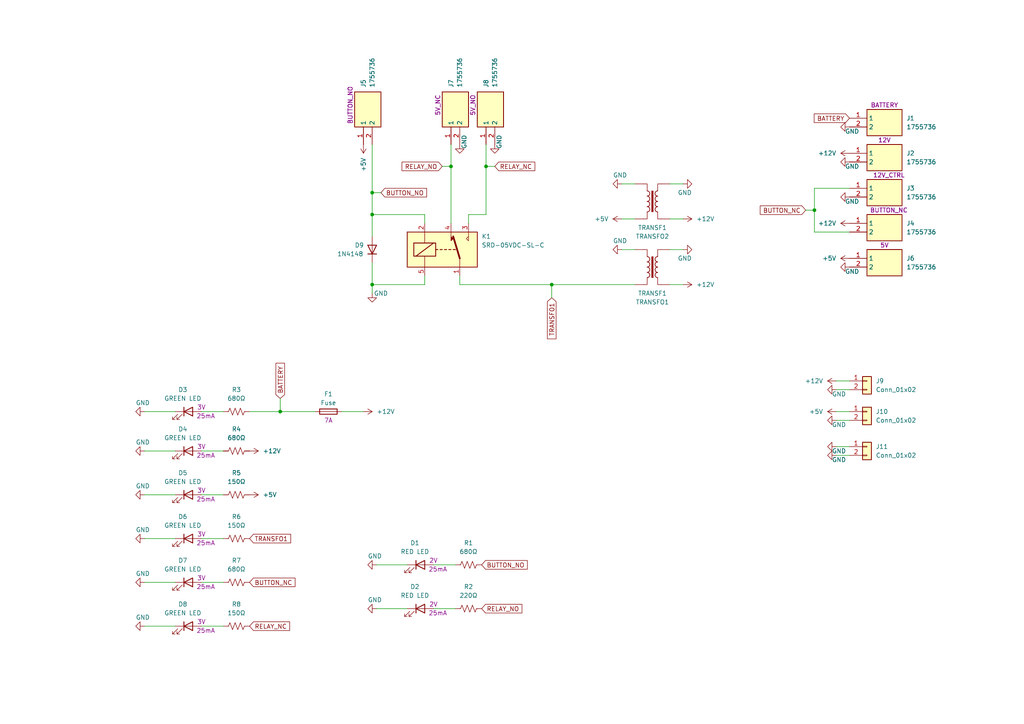
<source format=kicad_sch>
(kicad_sch (version 20230121) (generator eeschema)
  (paper "A4")
  (title_block (title "Carte de puissance") (date "2023-11-30") (rev "1.1") (company "Modelec"))
  (lib_symbols
    (symbol "Connector_Generic:Conn_01x02" (pin_names (offset 1.016) hide)
      (property "Reference" "J" (at 0 2.54 0))
      (property "Value" "Conn_01x02" (at 0 -5.08 0))
      (symbol "Conn_01x02_1_1"
        (rectangle (start -1.27 -2.413) (end 0 -2.667) (stroke (width 0.1524)))
        (rectangle (start -1.27 0.127) (end 0 -0.127) (stroke (width 0.1524)))
        (rectangle (start -1.27 1.27) (end 1.27 -3.81) (stroke (width 0.254)) (fill (type background)))
        (pin passive line (at -5.08 0 0) (length 3.81) (name "Pin_1") (number "1"))
        (pin passive line (at -5.08 -2.54 0) (length 3.81) (name "Pin_2") (number "2"))
      )
    )
    (symbol "Device:Fuse" (pin_numbers hide) (pin_names (offset 0))
      (property "Reference" "F" (at 2.032 0 90))
      (property "Value" "Fuse" (at -1.905 0 90))
      (symbol "Fuse_0_1"
        (rectangle (start -0.762 -2.54) (end 0.762 2.54) (stroke (width 0.254)))
        (polyline (pts (xy 0 2.54) (xy 0 -2.54)))
      )
      (symbol "Fuse_1_1"
        (pin passive line (at 0 3.81 270) (length 1.27) (name "~") (number "1"))
        (pin passive line (at 0 -3.81 90) (length 1.27) (name "~") (number "2"))
      )
    )
    (symbol "Device:LED" (pin_numbers hide) (pin_names (offset 1.016) hide)
      (property "Reference" "D" (at 0 2.54 0))
      (property "Value" "LED" (at 0 -2.54 0))
      (symbol "LED_0_1"
        (polyline (pts (xy -1.27 -1.27) (xy -1.27 1.27)) (stroke (width 0.254)))
        (polyline (pts (xy -1.27 0) (xy 1.27 0)))
        (polyline (pts (xy 1.27 -1.27) (xy 1.27 1.27) (xy -1.27 0) (xy 1.27 -1.27)) (stroke (width 0.254)))
        (polyline (pts (xy -3.048 -0.762) (xy -4.572 -2.286) (xy -3.81 -2.286) (xy -4.572 -2.286) (xy -4.572 -1.524)))
        (polyline (pts (xy -1.778 -0.762) (xy -3.302 -2.286) (xy -2.54 -2.286) (xy -3.302 -2.286) (xy -3.302 -1.524)))
      )
      (symbol "LED_1_1"
        (pin passive line (at -3.81 0 0) (length 2.54) (name "K") (number "1"))
        (pin passive line (at 3.81 0 180) (length 2.54) (name "A") (number "2"))
      )
    )
    (symbol "Device:R_US" (pin_numbers hide) (pin_names (offset 0))
      (property "Reference" "R" (at 2.54 0 90))
      (property "Value" "R_US" (at -2.54 0 90))
      (symbol "R_US_0_1"
        (polyline (pts (xy 0 -2.286) (xy 0 -2.54)))
        (polyline (pts (xy 0 2.286) (xy 0 2.54)))
        (polyline (pts (xy 0 -0.762) (xy 1.016 -1.143) (xy 0 -1.524) (xy -1.016 -1.905) (xy 0 -2.286)))
        (polyline (pts (xy 0 0.762) (xy 1.016 0.381) (xy 0 0) (xy -1.016 -0.381) (xy 0 -0.762)))
        (polyline (pts (xy 0 2.286) (xy 1.016 1.905) (xy 0 1.524) (xy -1.016 1.143) (xy 0 0.762)))
      )
      (symbol "R_US_1_1"
        (pin passive line (at 0 3.81 270) (length 1.27) (name "~") (number "1"))
        (pin passive line (at 0 -3.81 90) (length 1.27) (name "~") (number "2"))
      )
    )
    (symbol "Diode:1N4148" (pin_numbers hide) (pin_names hide)
      (property "Reference" "D" (at 0 2.54 0))
      (property "Value" "1N4148" (at 0 -2.54 0))
      (symbol "1N4148_0_1"
        (polyline (pts (xy -1.27 1.27) (xy -1.27 -1.27)) (stroke (width 0.254)))
        (polyline (pts (xy 1.27 0) (xy -1.27 0)))
        (polyline (pts (xy 1.27 1.27) (xy 1.27 -1.27) (xy -1.27 0) (xy 1.27 1.27)) (stroke (width 0.254)))
      )
      (symbol "1N4148_1_1"
        (pin passive line (at -3.81 0 0) (length 2.54) (name "K") (number "1"))
        (pin passive line (at 3.81 0 180) (length 2.54) (name "A") (number "2"))
      )
    )
    (symbol "New_Library:1755736"
      (property "Reference" "J" (at 16.51 7.62 0))
      (property "Value" "1755736" (at 16.51 5.08 0))
      (symbol "1755736_1_1"
        (rectangle (start 5.08 2.54) (end 15.24 -5.08) (stroke (width 0.254)) (fill (type background)))
        (pin passive line (at 0 0 0) (length 5.08) (name "1") (number "1"))
        (pin passive line (at 0 -2.54 0) (length 5.08) (name "2") (number "2"))
      )
    )
    (symbol "Relay:G5Q-1"
      (property "Reference" "K1" (at 11.43 3.81 0))
      (property "Value" "SRD-05VDC-SL-C" (at 11.43 1.27 0))
      (symbol "G5Q-1_0_0"
        (polyline (pts (xy 7.62 5.08) (xy 7.62 2.54) (xy 6.985 3.175) (xy 7.62 3.81)))
      )
      (symbol "G5Q-1_0_1"
        (rectangle (start -10.16 5.08) (end 10.16 -5.08) (stroke (width 0.254)) (fill (type background)))
        (rectangle (start -8.255 1.905) (end -1.905 -1.905) (stroke (width 0.254)))
        (polyline (pts (xy -7.62 -1.905) (xy -2.54 1.905)) (stroke (width 0.254)))
        (polyline (pts (xy -5.08 -5.08) (xy -5.08 -1.905)))
        (polyline (pts (xy -5.08 5.08) (xy -5.08 1.905)))
        (polyline (pts (xy -1.905 0) (xy -1.27 0)) (stroke (width 0.254)))
        (polyline (pts (xy -0.635 0) (xy 0 0)) (stroke (width 0.254)))
        (polyline (pts (xy 0.635 0) (xy 1.27 0)) (stroke (width 0.254)))
        (polyline (pts (xy 1.905 0) (xy 2.54 0)) (stroke (width 0.254)))
        (polyline (pts (xy 3.175 0) (xy 3.81 0)) (stroke (width 0.254)))
        (polyline (pts (xy 5.08 -2.54) (xy 3.175 3.81)) (stroke (width 0.508)))
        (polyline (pts (xy 5.08 -2.54) (xy 5.08 -5.08)))
        (polyline (pts (xy 2.54 5.08) (xy 2.54 2.54) (xy 3.175 3.175) (xy 2.54 3.81)) (fill (type outline)))
      )
      (symbol "G5Q-1_1_1"
        (pin passive line (at 5.08 -7.62 90) (length 2.54) (name "~") (number "1"))
        (pin passive line (at -5.08 7.62 270) (length 2.54) (name "~") (number "2"))
        (pin passive line (at 7.62 7.62 270) (length 2.54) (name "~") (number "3"))
        (pin passive line (at 2.54 7.62 270) (length 2.54) (name "~") (number "4"))
        (pin passive line (at -5.08 -7.62 90) (length 2.54) (name "~") (number "5"))
      )
    )
    (symbol "Transformer:TRANSF1" (pin_numbers hide) (pin_names (offset 0))
      (property "Reference" "TR" (at 0 6.35 0))
      (property "Value" "TRANSF1" (at 0 -6.35 0))
      (symbol "TRANSF1_0_1"
        (arc (start -1.524 -3.048) (mid -0.7653 -2.286) (end -1.524 -1.524) (stroke (width 0.2032)))
        (arc (start -1.524 -1.524) (mid -0.7653 -0.762) (end -1.524 0) (stroke (width 0.2032)))
        (arc (start -1.524 0) (mid -0.7653 0.762) (end -1.524 1.524) (stroke (width 0.2032)))
        (arc (start -1.524 1.524) (mid -0.7653 2.286) (end -1.524 3.048) (stroke (width 0.2032)))
        (rectangle (start -0.254 3.048) (end 0.254 -3.048) (stroke (width 0.0254)) (fill (type outline)))
        (polyline (pts (xy -2.54 5.08) (xy -1.524 5.08) (xy -1.524 3.048) (xy -1.524 3.048)) (stroke (width 0.1524)))
        (polyline (pts (xy -1.524 -3.048) (xy -1.524 -5.08) (xy -2.54 -5.08) (xy -2.54 -5.08)) (stroke (width 0.1524)))
        (polyline (pts (xy 1.524 3.048) (xy 1.524 5.08) (xy 2.54 5.08) (xy 2.54 5.08)) (stroke (width 0.1524)))
        (polyline (pts (xy 2.54 -5.08) (xy 1.524 -5.08) (xy 1.524 -3.048) (xy 1.524 -3.048)) (stroke (width 0.1524)))
        (arc (start 1.524 -1.524) (mid 0.7653 -2.286) (end 1.524 -3.048) (stroke (width 0.2032)))
        (arc (start 1.524 0) (mid 0.7653 -0.762) (end 1.524 -1.524) (stroke (width 0.2032)))
        (arc (start 1.524 1.524) (mid 0.7653 0.762) (end 1.524 0) (stroke (width 0.2032)))
        (arc (start 1.524 3.048) (mid 0.7653 2.286) (end 1.524 1.524) (stroke (width 0.2032)))
      )
      (symbol "TRANSF1_1_1"
        (pin passive line (at -5.08 5.08 0) (length 2.54) (name "~") (number "1"))
        (pin passive line (at -5.08 -5.08 0) (length 2.54) (name "~") (number "2"))
        (pin passive line (at 5.08 -5.08 180) (length 2.54) (name "~") (number "3"))
        (pin passive line (at 5.08 5.08 180) (length 2.54) (name "~") (number "4"))
      )
    )
    (symbol "power:+12V" (power) (pin_names (offset 0))
      (property "Value" "+12V" (at 0 3.556 0))
      (symbol "+12V_0_1"
        (polyline (pts (xy -0.762 1.27) (xy 0 2.54)))
        (polyline (pts (xy 0 0) (xy 0 2.54)))
        (polyline (pts (xy 0 2.54) (xy 0.762 1.27)))
      )
      (symbol "+12V_1_1"
        (pin power_in line (at 0 0 90) (length 0) hide (name "+12V") (number "1"))
      )
    )
    (symbol "power:+5V" (power) (pin_names (offset 0))
      (property "Value" "+5V" (at 0 3.556 0))
      (symbol "+5V_0_1"
        (polyline (pts (xy -0.762 1.27) (xy 0 2.54)))
        (polyline (pts (xy 0 0) (xy 0 2.54)))
        (polyline (pts (xy 0 2.54) (xy 0.762 1.27)))
      )
      (symbol "+5V_1_1"
        (pin power_in line (at 0 0 90) (length 0) hide (name "+5V") (number "1"))
      )
    )
    (symbol "power:GND" (power) (pin_names (offset 0))
      (property "Value" "GND" (at 0 -3.81 0))
      (symbol "GND_0_1"
        (polyline (pts (xy 0 0) (xy 0 -1.27) (xy 1.27 -1.27) (xy 0 -2.54) (xy -1.27 -1.27) (xy 0 -1.27)))
      )
      (symbol "GND_1_1"
        (pin power_in line (at 0 0 270) (length 0) hide (name "GND") (number "1"))
      )
    )
  )
  (junction (at 236.22 60.96))
  (junction (at 140.97 48.26))
  (junction (at 107.95 82.55))
  (junction (at 160.02 82.55))
  (junction (at 81.28 119.38))
  (junction (at 107.95 55.88))
  (junction (at 130.81 48.26))
  (junction (at 107.95 62.23))
  (wire (pts (xy 160.02 82.55) (xy 160.02 86.36)))
  (wire (pts (xy 140.97 48.26) (xy 143.51 48.26)))
  (wire (pts (xy 109.22 163.83) (xy 118.11 163.83)))
  (wire (pts (xy 160.02 82.55) (xy 133.35 82.55)))
  (wire (pts (xy 107.95 76.2) (xy 107.95 82.55)))
  (wire (pts (xy 125.73 176.53) (xy 132.08 176.53)))
  (wire (pts (xy 198.12 53.34) (xy 194.31 53.34)))
  (wire (pts (xy 58.42 119.38) (xy 64.77 119.38)))
  (wire (pts (xy 125.73 163.83) (xy 132.08 163.83)))
  (wire (pts (xy 72.39 119.38) (xy 81.28 119.38)))
  (wire (pts (xy 246.38 67.31) (xy 236.22 67.31)))
  (wire (pts (xy 135.89 62.23) (xy 140.97 62.23)))
  (wire (pts (xy 198.12 72.39) (xy 194.31 72.39)))
  (wire (pts (xy 41.91 181.61) (xy 50.8 181.61)))
  (wire (pts (xy 58.42 143.51) (xy 64.77 143.51)))
  (wire (pts (xy 242.57 110.49) (xy 246.38 110.49)))
  (wire (pts (xy 180.34 72.39) (xy 184.15 72.39)))
  (wire (pts (xy 242.57 113.03) (xy 246.38 113.03)))
  (wire (pts (xy 180.34 63.5) (xy 184.15 63.5)))
  (wire (pts (xy 109.22 176.53) (xy 118.11 176.53)))
  (wire (pts (xy 41.91 130.81) (xy 50.8 130.81)))
  (wire (pts (xy 236.22 67.31) (xy 236.22 60.96)))
  (wire (pts (xy 41.91 119.38) (xy 50.8 119.38)))
  (wire (pts (xy 41.91 168.91) (xy 50.8 168.91)))
  (wire (pts (xy 107.95 62.23) (xy 123.19 62.23)))
  (wire (pts (xy 105.41 119.38) (xy 99.06 119.38)))
  (wire (pts (xy 81.28 119.38) (xy 91.44 119.38)))
  (wire (pts (xy 123.19 80.01) (xy 123.19 82.55)))
  (wire (pts (xy 58.42 130.81) (xy 64.77 130.81)))
  (wire (pts (xy 130.81 41.91) (xy 130.81 48.26)))
  (wire (pts (xy 198.12 82.55) (xy 194.31 82.55)))
  (wire (pts (xy 58.42 156.21) (xy 64.77 156.21)))
  (wire (pts (xy 242.57 129.54) (xy 246.38 129.54)))
  (wire (pts (xy 242.57 121.92) (xy 246.38 121.92)))
  (wire (pts (xy 140.97 41.91) (xy 140.97 48.26)))
  (wire (pts (xy 140.97 48.26) (xy 140.97 62.23)))
  (wire (pts (xy 128.27 48.26) (xy 130.81 48.26)))
  (wire (pts (xy 233.68 60.96) (xy 236.22 60.96)))
  (wire (pts (xy 242.57 132.08) (xy 246.38 132.08)))
  (wire (pts (xy 242.57 119.38) (xy 246.38 119.38)))
  (wire (pts (xy 135.89 62.23) (xy 135.89 64.77)))
  (wire (pts (xy 123.19 62.23) (xy 123.19 64.77)))
  (wire (pts (xy 81.28 115.57) (xy 81.28 119.38)))
  (wire (pts (xy 133.35 82.55) (xy 133.35 80.01)))
  (wire (pts (xy 198.12 63.5) (xy 194.31 63.5)))
  (wire (pts (xy 107.95 55.88) (xy 107.95 62.23)))
  (wire (pts (xy 236.22 60.96) (xy 236.22 54.61)))
  (wire (pts (xy 130.81 48.26) (xy 130.81 64.77)))
  (wire (pts (xy 58.42 181.61) (xy 64.77 181.61)))
  (wire (pts (xy 107.95 85.09) (xy 107.95 82.55)))
  (wire (pts (xy 41.91 156.21) (xy 50.8 156.21)))
  (wire (pts (xy 41.91 143.51) (xy 50.8 143.51)))
  (wire (pts (xy 110.49 55.88) (xy 107.95 55.88)))
  (wire (pts (xy 107.95 82.55) (xy 123.19 82.55)))
  (wire (pts (xy 236.22 54.61) (xy 246.38 54.61)))
  (wire (pts (xy 107.95 41.91) (xy 107.95 55.88)))
  (wire (pts (xy 180.34 53.34) (xy 184.15 53.34)))
  (wire (pts (xy 184.15 82.55) (xy 160.02 82.55)))
  (wire (pts (xy 58.42 168.91) (xy 64.77 168.91)))
  (wire (pts (xy 107.95 62.23) (xy 107.95 68.58)))
  (global_label "RELAY_NC" (shape input) (at 143.51 48.26 0) (property "Intersheetrefs" "${INTERSHEET_REFS}" (effects hide)))
  (global_label "BATTERY" (shape input) (at 81.28 115.57 90) (property "Intersheetrefs" "${INTERSHEET_REFS}" (effects hide)))
  (global_label "BUTTON_NO" (shape input) (at 139.7 163.83 0) (property "Intersheetrefs" "${INTERSHEET_REFS}" (effects hide)))
  (global_label "RELAY_NO" (shape input) (at 139.7 176.53 0) (property "Intersheetrefs" "${INTERSHEET_REFS}" (effects hide)))
  (global_label "BUTTON_NC" (shape input) (at 233.68 60.96 180) (property "Intersheetrefs" "${INTERSHEET_REFS}" (effects hide)))
  (global_label "RELAY_NO" (shape input) (at 128.27 48.26 180) (property "Intersheetrefs" "${INTERSHEET_REFS}" (effects hide)))
  (global_label "BUTTON_NC" (shape input) (at 72.39 168.91 0) (property "Intersheetrefs" "${INTERSHEET_REFS}" (effects hide)))
  (global_label "TRANSFO1" (shape input) (at 160.02 86.36 270) (property "Intersheetrefs" "${INTERSHEET_REFS}" (effects hide)))
  (global_label "BATTERY" (shape input) (at 246.38 34.29 180) (property "Intersheetrefs" "${INTERSHEET_REFS}" (effects hide)))
  (global_label "TRANSFO1" (shape input) (at 72.39 156.21 0) (property "Intersheetrefs" "${INTERSHEET_REFS}" (effects hide)))
  (global_label "RELAY_NC" (shape input) (at 72.39 181.61 0) (property "Intersheetrefs" "${INTERSHEET_REFS}" (effects hide)))
  (global_label "BUTTON_NO" (shape input) (at 110.49 55.88 0) (property "Intersheetrefs" "${INTERSHEET_REFS}" (effects hide)))
  (symbol (lib_id "power:+12V") (at 246.38 44.45 90) (unit 1)
    (property "Reference" "#PWR021" (effects hide))
    (property "Value" "+12V" (at 242.57 44.45 90) (effects (justify left)))
  )
  (symbol (lib_id "Device:Fuse") (at 95.25 119.38 90) (unit 1)
    (property "Reference" "F1" (at 95.25 114.3 90))
    (property "Value" "Fuse" (at 95.25 116.84 90))
    (property "Footprint" "Library:porte fusible E44" (effects hide))
    (property "In" "7A" (at 95.25 121.92 90))
  )
  (symbol (lib_id "power:GND") (at 41.91 168.91 270) (unit 1)
    (property "Reference" "#PWR07" (effects hide))
    (property "Value" "GND" (at 39.37 166.37 90) (effects (justify left)))
  )
  (symbol (lib_id "power:+12V") (at 105.41 119.38 270) (unit 1)
    (property "Reference" "#PWR028" (effects hide))
    (property "Value" "+12V" (at 109.22 119.38 90) (effects (justify left)))
  )
  (symbol (lib_id "Device:LED") (at 54.61 119.38 0) (unit 1)
    (property "Reference" "D3" (at 53.0225 113.03 0))
    (property "Value" "GREEN LED" (at 53.0225 115.57 0))
    (property "Footprint" "LED_SMD:LED_1206_3216Metric" (effects hide))
    (property "Datasheet" "https://www.lcsc.com/product-detail/Light-Emitting-Diodes-LED_MEIHUA-MHT150UGCT_C397048.html" (effects hide))
    (property "Vf" "3V" (at 58.42 118.11 0))
    (property "If" "25mA" (at 59.69 120.65 0))
    (property "Name" "BATTERY" (effects hide))
  )
  (symbol (lib_id "Device:LED") (at 121.92 176.53 0) (unit 1)
    (property "Reference" "D2" (at 120.3325 170.18 0))
    (property "Value" "RED LED" (at 120.3325 172.72 0))
    (property "Footprint" "LED_SMD:LED_1206_3216Metric" (effects hide))
    (property "Datasheet" "https://www.lcsc.com/product-detail/Light-Emitting-Diodes-LED_MEIHUA-MHT150CRCT_C389526.html" (effects hide))
    (property "If" "25mA" (at 127 177.8 0))
    (property "Vf" "2V" (at 125.73 175.26 0))
    (property "Name" "RELAY" (effects hide))
  )
  (symbol (lib_id "power:GND") (at 246.38 36.83 270) (unit 1)
    (property "Reference" "#PWR017" (effects hide))
    (property "Value" "GND" (at 245.11 38.1 90) (effects (justify left)))
  )
  (symbol (lib_id "Connector_Generic:Conn_01x02") (at 251.46 110.49 0) (unit 1)
    (property "Reference" "J9" (at 254 110.49 0) (effects (justify left)))
    (property "Value" "Conn_01x02" (at 254 113.03 0) (effects (justify left)))
    (property "Footprint" "Connector_PinHeader_2.54mm:PinHeader_1x02_P2.54mm_Vertical" (effects hide))
  )
  (symbol (lib_id "Connector_Generic:Conn_01x02") (at 251.46 129.54 0) (unit 1)
    (property "Reference" "J11" (at 254 129.54 0) (effects (justify left)))
    (property "Value" "Conn_01x02" (at 254 132.08 0) (effects (justify left)))
    (property "Footprint" "Connector_PinHeader_2.54mm:PinHeader_1x02_P2.54mm_Vertical" (effects hide))
  )
  (symbol (lib_id "New_Library:1755736") (at 246.38 44.45 0) (unit 1)
    (property "Reference" "J2" (at 262.89 44.45 0) (effects (justify left)))
    (property "Value" "1755736" (at 262.89 46.99 0) (effects (justify left)))
    (property "Footprint" "Library:1755736" (effects hide))
    (property "Datasheet" "http://www.phoenixcontact.com/de/produkte/1755736/pdf" (effects hide))
    (property "Height" "12.15" (effects hide))
    (property "Manufacturer_Name" "Phoenix Contact" (effects hide))
    (property "Manufacturer_Part_Number" "1755736" (effects hide))
    (property "Mouser Part Number" "651-1755736" (effects hide))
    (property "Mouser Price/Stock" "https://www.mouser.co.uk/ProductDetail/Phoenix-Contact/1755736?qs=wd%252Bw3mUqFrlo9zPE3AUt1w%3D%3D" (effects hide))
    (property "Arrow Part Number" "1755736" (effects hide))
    (property "Arrow Price/Stock" "https://www.arrow.com/en/products/1755736/phoenix-contact?region=nac" (effects hide))
    (property "Name" "12V" (at 256.54 40.64 0))
  )
  (symbol (lib_id "Relay:G5Q-1") (at 128.27 72.39 0) (unit 1)
    (property "Reference" "K1" (at 139.7 68.58 0) (effects (justify left)))
    (property "Value" "SRD-05VDC-SL-C" (at 139.7 71.12 0) (effects (justify left)))
    (property "Footprint" "Relay_THT:Relay_SPDT_SANYOU_SRD_Series_Form_C" (effects hide))
    (property "Datasheet" "https://www.lcsc.com/product-detail/Power-Relays_Ningbo-Songle-Relay-SRD-05VDC-SL-C_C35449.html" (effects hide))
  )
  (symbol (lib_id "power:+12V") (at 242.57 110.49 90) (unit 1)
    (property "Reference" "#PWR035" (effects hide))
    (property "Value" "+12V" (at 238.76 110.49 90) (effects (justify left)))
  )
  (symbol (lib_id "New_Library:1755736") (at 105.41 41.91 90) (unit 1)
    (property "Reference" "J5" (at 105.41 25.4 0) (effects (justify left)))
    (property "Value" "1755736" (at 107.95 25.4 0) (effects (justify left)))
    (property "Footprint" "Library:1755736" (effects hide))
    (property "Datasheet" "http://www.phoenixcontact.com/de/produkte/1755736/pdf" (effects hide))
    (property "Height" "12.15" (effects hide))
    (property "Manufacturer_Name" "Phoenix Contact" (effects hide))
    (property "Manufacturer_Part_Number" "1755736" (effects hide))
    (property "Mouser Part Number" "651-1755736" (effects hide))
    (property "Mouser Price/Stock" "https://www.mouser.co.uk/ProductDetail/Phoenix-Contact/1755736?qs=wd%252Bw3mUqFrlo9zPE3AUt1w%3D%3D" (effects hide))
    (property "Arrow Part Number" "1755736" (effects hide))
    (property "Arrow Price/Stock" "https://www.arrow.com/en/products/1755736/phoenix-contact?region=nac" (effects hide))
    (property "Name" "BUTTON_NO" (at 101.6 30.48 0))
  )
  (symbol (lib_id "power:+5V") (at 105.41 41.91 180) (unit 1)
    (property "Reference" "#PWR026" (effects hide))
    (property "Value" "+5V" (at 105.41 45.72 90) (effects (justify left)))
  )
  (symbol (lib_id "power:GND") (at 180.34 53.34 270) (unit 1)
    (property "Reference" "#PWR015" (effects hide))
    (property "Value" "GND" (at 177.8 50.8 90) (effects (justify left)))
  )
  (symbol (lib_id "Device:R_US") (at 68.58 181.61 90) (unit 1)
    (property "Reference" "R8" (at 68.58 175.26 90))
    (property "Value" "150Ω" (at 68.58 177.8 90))
    (property "Footprint" "Resistor_SMD:R_0805_2012Metric" (effects hide))
    (property "Datasheet" "https://www.e44.com/composants/composants-passifs/resistances/resistances-cms/resistance-cms-0805-150-ohms-0.125w-150v-5-CMS805-150R.html" (effects hide))
  )
  (symbol (lib_id "power:GND") (at 180.34 72.39 270) (unit 1)
    (property "Reference" "#PWR014" (effects hide))
    (property "Value" "GND" (at 177.8 69.85 90) (effects (justify left)))
  )
  (symbol (lib_id "Transformer:TRANSF1") (at 189.23 58.42 180) (unit 1)
    (property "Reference" "TRANSFO2" (at 189.23 68.58 0))
    (property "Value" "TRANSF1" (at 189.23 66.04 0))
    (property "Footprint" "Library:transfo" (effects hide))
  )
  (symbol (lib_id "power:GND") (at 109.22 176.53 270) (unit 1)
    (property "Reference" "#PWR02" (effects hide))
    (property "Value" "GND" (at 106.68 173.99 90) (effects (justify left)))
  )
  (symbol (lib_id "power:GND") (at 198.12 53.34 90) (unit 1)
    (property "Reference" "#PWR012" (effects hide))
    (property "Value" "GND" (at 200.66 55.88 90) (effects (justify left)))
  )
  (symbol (lib_id "Diode:1N4148") (at 107.95 72.39 90) (unit 1)
    (property "Reference" "D9" (at 102.87 71.12 90) (effects (justify right)))
    (property "Value" "1N4148" (at 97.79 73.66 90) (effects (justify right)))
    (property "Footprint" "Diode_THT:D_DO-35_SOD27_P7.62mm_Horizontal" (effects hide))
    (property "Datasheet" "https://assets.nexperia.com/documents/data-sheet/1N4148_1N4448.pdf" (effects hide))
    (property "Sim.Device" "D" (effects hide))
    (property "Sim.Pins" "1=K 2=A" (effects hide))
  )
  (symbol (lib_id "New_Library:1755736") (at 246.38 34.29 0) (unit 1)
    (property "Reference" "J1" (at 262.89 34.29 0) (effects (justify left)))
    (property "Value" "1755736" (at 262.89 36.83 0) (effects (justify left)))
    (property "Footprint" "Library:1755736" (effects hide))
    (property "Datasheet" "http://www.phoenixcontact.com/de/produkte/1755736/pdf" (effects hide))
    (property "Height" "12.15" (effects hide))
    (property "Manufacturer_Name" "Phoenix Contact" (effects hide))
    (property "Manufacturer_Part_Number" "1755736" (effects hide))
    (property "Mouser Part Number" "651-1755736" (effects hide))
    (property "Mouser Price/Stock" "https://www.mouser.co.uk/ProductDetail/Phoenix-Contact/1755736?qs=wd%252Bw3mUqFrlo9zPE3AUt1w%3D%3D" (effects hide))
    (property "Arrow Part Number" "1755736" (effects hide))
    (property "Arrow Price/Stock" "https://www.arrow.com/en/products/1755736/phoenix-contact?region=nac" (effects hide))
    (property "Name" "BATTERY" (at 256.54 30.48 0))
  )
  (symbol (lib_id "Device:R_US") (at 135.89 163.83 90) (unit 1)
    (property "Reference" "R1" (at 135.89 157.48 90))
    (property "Value" "680Ω" (at 135.89 160.02 90))
    (property "Footprint" "Resistor_SMD:R_0805_2012Metric" (effects hide))
    (property "Datasheet" "https://www.e44.com/composants/composants-passifs/resistances/resistances-cms/resistance-cms-0805-680-ohms-0.125w-150v-5-CMS805-680R.html" (effects hide))
  )
  (symbol (lib_id "power:GND") (at 41.91 181.61 270) (unit 1)
    (property "Reference" "#PWR08" (effects hide))
    (property "Value" "GND" (at 39.37 179.07 90) (effects (justify left)))
  )
  (symbol (lib_id "power:+5V") (at 242.57 119.38 90) (unit 1)
    (property "Reference" "#PWR033" (effects hide))
    (property "Value" "+5V" (at 238.76 119.38 90) (effects (justify left)))
  )
  (symbol (lib_id "Device:R_US") (at 68.58 168.91 90) (unit 1)
    (property "Reference" "R7" (at 68.58 162.56 90))
    (property "Value" "680Ω" (at 68.58 165.1 90))
    (property "Footprint" "Resistor_SMD:R_0805_2012Metric" (effects hide))
    (property "Datasheet" "https://www.e44.com/composants/composants-passifs/resistances/resistances-cms/resistance-cms-0805-680-ohms-0.125w-150v-5-CMS805-680R.html" (effects hide))
  )
  (symbol (lib_id "Device:LED") (at 54.61 168.91 0) (unit 1)
    (property "Reference" "D7" (at 53.0225 162.56 0))
    (property "Value" "GREEN LED" (at 53.0225 165.1 0))
    (property "Footprint" "LED_SMD:LED_1206_3216Metric" (effects hide))
    (property "Datasheet" "https://www.lcsc.com/product-detail/Light-Emitting-Diodes-LED_MEIHUA-MHT150UGCT_C397048.html" (effects hide))
    (property "Vf" "3V" (at 58.42 167.64 0))
    (property "If" "25mA" (at 59.69 170.18 0))
    (property "Name" "BUTTON" (effects hide))
  )
  (symbol (lib_id "Device:LED") (at 54.61 181.61 0) (unit 1)
    (property "Reference" "D8" (at 53.0225 175.26 0))
    (property "Value" "GREEN LED" (at 53.0225 177.8 0))
    (property "Footprint" "LED_SMD:LED_1206_3216Metric" (effects hide))
    (property "Datasheet" "https://www.lcsc.com/product-detail/Light-Emitting-Diodes-LED_MEIHUA-MHT150UGCT_C397048.html" (effects hide))
    (property "Vf" "3V" (at 58.42 180.34 0))
    (property "If" "25mA" (at 59.69 182.88 0))
    (property "Name" "RELAY" (effects hide))
  )
  (symbol (lib_id "Device:LED") (at 54.61 156.21 0) (unit 1)
    (property "Reference" "D6" (at 53.0225 149.86 0))
    (property "Value" "GREEN LED" (at 53.0225 152.4 0))
    (property "Footprint" "LED_SMD:LED_1206_3216Metric" (effects hide))
    (property "Datasheet" "https://www.lcsc.com/product-detail/Light-Emitting-Diodes-LED_MEIHUA-MHT150UGCT_C397048.html" (effects hide))
    (property "Vf" "3V" (at 58.42 154.94 0))
    (property "If" "25mA" (at 59.69 157.48 0))
    (property "Name" "TRANSFO" (effects hide))
  )
  (symbol (lib_id "New_Library:1755736") (at 246.38 54.61 0) (unit 1)
    (property "Reference" "J3" (at 262.89 54.61 0) (effects (justify left)))
    (property "Value" "1755736" (at 262.89 57.15 0) (effects (justify left)))
    (property "Footprint" "Library:1755736" (effects hide))
    (property "Datasheet" "http://www.phoenixcontact.com/de/produkte/1755736/pdf" (effects hide))
    (property "Height" "12.15" (effects hide))
    (property "Manufacturer_Name" "Phoenix Contact" (effects hide))
    (property "Manufacturer_Part_Number" "1755736" (effects hide))
    (property "Mouser Part Number" "651-1755736" (effects hide))
    (property "Mouser Price/Stock" "https://www.mouser.co.uk/ProductDetail/Phoenix-Contact/1755736?qs=wd%252Bw3mUqFrlo9zPE3AUt1w%3D%3D" (effects hide))
    (property "Arrow Part Number" "1755736" (effects hide))
    (property "Arrow Price/Stock" "https://www.arrow.com/en/products/1755736/phoenix-contact?region=nac" (effects hide))
    (property "Name" "12V_CTRL" (at 257.81 50.8 0))
  )
  (symbol (lib_id "power:GND") (at 107.95 85.09 0) (unit 1)
    (property "Reference" "#PWR011" (effects hide))
    (property "Value" "GND" (at 110.49 85.09 0))
  )
  (symbol (lib_id "power:GND") (at 242.57 132.08 270) (unit 1)
    (property "Reference" "#PWR030" (effects hide))
    (property "Value" "GND" (at 241.3 133.35 90) (effects (justify left)))
  )
  (symbol (lib_id "Transformer:TRANSF1") (at 189.23 77.47 180) (unit 1)
    (property "Reference" "TRANSFO1" (at 189.23 87.63 0))
    (property "Value" "TRANSF1" (at 189.23 85.09 0))
    (property "Footprint" "Library:transfo" (effects hide))
  )
  (symbol (lib_id "Device:R_US") (at 68.58 119.38 90) (unit 1)
    (property "Reference" "R3" (at 68.58 113.03 90))
    (property "Value" "680Ω" (at 68.58 115.57 90))
    (property "Footprint" "Resistor_SMD:R_0805_2012Metric" (effects hide))
    (property "Datasheet" "https://www.e44.com/composants/composants-passifs/resistances/resistances-cms/resistance-cms-0805-680-ohms-0.125w-150v-5-CMS805-680R.html" (effects hide))
  )
  (symbol (lib_id "Connector_Generic:Conn_01x02") (at 251.46 119.38 0) (unit 1)
    (property "Reference" "J10" (at 254 119.38 0) (effects (justify left)))
    (property "Value" "Conn_01x02" (at 254 121.92 0) (effects (justify left)))
    (property "Footprint" "Connector_PinHeader_2.54mm:PinHeader_1x02_P2.54mm_Vertical" (effects hide))
  )
  (symbol (lib_id "Device:LED") (at 54.61 130.81 0) (unit 1)
    (property "Reference" "D4" (at 53.0225 124.46 0))
    (property "Value" "GREEN LED" (at 53.0225 127 0))
    (property "Footprint" "LED_SMD:LED_1206_3216Metric" (effects hide))
    (property "Datasheet" "https://www.lcsc.com/product-detail/Light-Emitting-Diodes-LED_MEIHUA-MHT150UGCT_C397048.html" (effects hide))
    (property "Vf" "3V" (at 58.42 129.54 0))
    (property "If" "25mA" (at 59.69 132.08 0))
    (property "Name" "12V" (effects hide))
  )
  (symbol (lib_id "power:+12V") (at 72.39 130.81 270) (unit 1)
    (property "Reference" "#PWR010" (effects hide))
    (property "Value" "+12V" (at 76.2 130.81 90) (effects (justify left)))
  )
  (symbol (lib_id "Device:R_US") (at 135.89 176.53 90) (unit 1)
    (property "Reference" "R2" (at 135.89 170.18 90))
    (property "Value" "220Ω" (at 135.89 172.72 90))
    (property "Footprint" "Resistor_SMD:R_0805_2012Metric" (effects hide))
    (property "Datasheet" "https://www.e44.com/composants/composants-passifs/resistances/resistances-cms/resistance-cms-0805-220-ohms-0.125w-150v-5-CMS805-220R.html" (effects hide))
  )
  (symbol (lib_id "Device:LED") (at 54.61 143.51 0) (unit 1)
    (property "Reference" "D5" (at 53.0225 137.16 0))
    (property "Value" "GREEN LED" (at 53.0225 139.7 0))
    (property "Footprint" "LED_SMD:LED_1206_3216Metric" (effects hide))
    (property "Datasheet" "https://www.lcsc.com/product-detail/Light-Emitting-Diodes-LED_MEIHUA-MHT150UGCT_C397048.html" (effects hide))
    (property "Vf" "3V" (at 58.42 142.24 0))
    (property "If" "25mA" (at 59.69 144.78 0))
    (property "Name" "5V" (effects hide))
  )
  (symbol (lib_id "power:GND") (at 246.38 57.15 270) (unit 1)
    (property "Reference" "#PWR019" (effects hide))
    (property "Value" "GND" (at 245.11 58.42 90) (effects (justify left)))
  )
  (symbol (lib_id "power:GND") (at 242.57 121.92 270) (unit 1)
    (property "Reference" "#PWR031" (effects hide))
    (property "Value" "GND" (at 241.3 123.19 90) (effects (justify left)))
  )
  (symbol (lib_id "New_Library:1755736") (at 246.38 74.93 0) (unit 1)
    (property "Reference" "J6" (at 262.89 74.93 0) (effects (justify left)))
    (property "Value" "1755736" (at 262.89 77.47 0) (effects (justify left)))
    (property "Footprint" "Library:1755736" (effects hide))
    (property "Datasheet" "http://www.phoenixcontact.com/de/produkte/1755736/pdf" (effects hide))
    (property "Height" "12.15" (effects hide))
    (property "Manufacturer_Name" "Phoenix Contact" (effects hide))
    (property "Manufacturer_Part_Number" "1755736" (effects hide))
    (property "Mouser Part Number" "651-1755736" (effects hide))
    (property "Mouser Price/Stock" "https://www.mouser.co.uk/ProductDetail/Phoenix-Contact/1755736?qs=wd%252Bw3mUqFrlo9zPE3AUt1w%3D%3D" (effects hide))
    (property "Arrow Part Number" "1755736" (effects hide))
    (property "Arrow Price/Stock" "https://www.arrow.com/en/products/1755736/phoenix-contact?region=nac" (effects hide))
    (property "Name" "5V" (at 256.54 71.12 0))
  )
  (symbol (lib_id "New_Library:1755736") (at 246.38 64.77 0) (unit 1)
    (property "Reference" "J4" (at 262.89 64.77 0) (effects (justify left)))
    (property "Value" "1755736" (at 262.89 67.31 0) (effects (justify left)))
    (property "Footprint" "Library:1755736" (effects hide))
    (property "Datasheet" "http://www.phoenixcontact.com/de/produkte/1755736/pdf" (effects hide))
    (property "Height" "12.15" (effects hide))
    (property "Manufacturer_Name" "Phoenix Contact" (effects hide))
    (property "Manufacturer_Part_Number" "1755736" (effects hide))
    (property "Mouser Part Number" "651-1755736" (effects hide))
    (property "Mouser Price/Stock" "https://www.mouser.co.uk/ProductDetail/Phoenix-Contact/1755736?qs=wd%252Bw3mUqFrlo9zPE3AUt1w%3D%3D" (effects hide))
    (property "Arrow Part Number" "1755736" (effects hide))
    (property "Arrow Price/Stock" "https://www.arrow.com/en/products/1755736/phoenix-contact?region=nac" (effects hide))
    (property "Name" "BUTTON_NC" (at 257.81 60.96 0))
  )
  (symbol (lib_id "power:GND") (at 143.51 41.91 0) (unit 1)
    (property "Reference" "#PWR027" (effects hide))
    (property "Value" "GND" (at 144.78 43.18 90) (effects (justify left)))
  )
  (symbol (lib_id "power:GND") (at 198.12 72.39 90) (unit 1)
    (property "Reference" "#PWR013" (effects hide))
    (property "Value" "GND" (at 200.66 74.93 90) (effects (justify left)))
  )
  (symbol (lib_id "power:GND") (at 41.91 156.21 270) (unit 1)
    (property "Reference" "#PWR06" (effects hide))
    (property "Value" "GND" (at 39.37 153.67 90) (effects (justify left)))
  )
  (symbol (lib_id "Device:LED") (at 121.92 163.83 0) (unit 1)
    (property "Reference" "D1" (at 120.3325 157.48 0))
    (property "Value" "RED LED" (at 120.3325 160.02 0))
    (property "Footprint" "LED_SMD:LED_1206_3216Metric" (effects hide))
    (property "Datasheet" "https://www.lcsc.com/product-detail/Light-Emitting-Diodes-LED_MEIHUA-MHT150CRCT_C389526.html" (effects hide))
    (property "If" "25mA" (at 127 165.1 0))
    (property "Vf" "2V" (at 125.73 162.56 0))
    (property "Name" "BUTTON" (effects hide))
  )
  (symbol (lib_id "power:+5V") (at 180.34 63.5 90) (unit 1)
    (property "Reference" "#PWR025" (effects hide))
    (property "Value" "+5V" (at 176.53 63.5 90) (effects (justify left)))
  )
  (symbol (lib_id "New_Library:1755736") (at 140.97 41.91 90) (unit 1)
    (property "Reference" "J8" (at 140.97 25.4 0) (effects (justify left)))
    (property "Value" "1755736" (at 143.51 25.4 0) (effects (justify left)))
    (property "Footprint" "Library:1755736" (effects hide))
    (property "Datasheet" "http://www.phoenixcontact.com/de/produkte/1755736/pdf" (effects hide))
    (property "Height" "12.15" (effects hide))
    (property "Manufacturer_Name" "Phoenix Contact" (effects hide))
    (property "Manufacturer_Part_Number" "1755736" (effects hide))
    (property "Mouser Part Number" "651-1755736" (effects hide))
    (property "Mouser Price/Stock" "https://www.mouser.co.uk/ProductDetail/Phoenix-Contact/1755736?qs=wd%252Bw3mUqFrlo9zPE3AUt1w%3D%3D" (effects hide))
    (property "Arrow Part Number" "1755736" (effects hide))
    (property "Arrow Price/Stock" "https://www.arrow.com/en/products/1755736/phoenix-contact?region=nac" (effects hide))
    (property "Name" "5V_NO" (at 137.16 30.48 0))
  )
  (symbol (lib_id "power:GND") (at 41.91 119.38 270) (unit 1)
    (property "Reference" "#PWR03" (effects hide))
    (property "Value" "GND" (at 39.37 116.84 90) (effects (justify left)))
  )
  (symbol (lib_id "power:GND") (at 133.35 41.91 0) (unit 1)
    (property "Reference" "#PWR023" (effects hide))
    (property "Value" "GND" (at 134.62 43.18 90) (effects (justify left)))
  )
  (symbol (lib_id "power:GND") (at 246.38 77.47 270) (unit 1)
    (property "Reference" "#PWR022" (effects hide))
    (property "Value" "GND" (at 245.11 78.74 90) (effects (justify left)))
  )
  (symbol (lib_id "Device:R_US") (at 68.58 130.81 90) (unit 1)
    (property "Reference" "R4" (at 68.58 124.46 90))
    (property "Value" "680Ω" (at 68.58 127 90))
    (property "Footprint" "Resistor_SMD:R_0805_2012Metric" (effects hide))
    (property "Datasheet" "https://www.e44.com/composants/composants-passifs/resistances/resistances-cms/resistance-cms-0805-680-ohms-0.125w-150v-5-CMS805-680R.html" (effects hide))
  )
  (symbol (lib_id "Device:R_US") (at 68.58 143.51 90) (unit 1)
    (property "Reference" "R5" (at 68.58 137.16 90))
    (property "Value" "150Ω" (at 68.58 139.7 90))
    (property "Footprint" "Resistor_SMD:R_0805_2012Metric" (effects hide))
    (property "Datasheet" "https://www.e44.com/composants/composants-passifs/resistances/resistances-cms/resistance-cms-0805-150-ohms-0.125w-150v-5-CMS805-150R.html" (effects hide))
  )
  (symbol (lib_id "power:GND") (at 242.57 129.54 270) (unit 1)
    (property "Reference" "#PWR034" (effects hide))
    (property "Value" "GND" (at 241.3 130.81 90) (effects (justify left)))
  )
  (symbol (lib_id "power:GND") (at 242.57 113.03 270) (unit 1)
    (property "Reference" "#PWR032" (effects hide))
    (property "Value" "GND" (at 241.3 114.3 90) (effects (justify left)))
  )
  (symbol (lib_id "power:GND") (at 41.91 130.81 270) (unit 1)
    (property "Reference" "#PWR04" (effects hide))
    (property "Value" "GND" (at 39.37 128.27 90) (effects (justify left)))
  )
  (symbol (lib_id "power:GND") (at 109.22 163.83 270) (unit 1)
    (property "Reference" "#PWR01" (effects hide))
    (property "Value" "GND" (at 106.68 161.29 90) (effects (justify left)))
  )
  (symbol (lib_id "Device:R_US") (at 68.58 156.21 90) (unit 1)
    (property "Reference" "R6" (at 68.58 149.86 90))
    (property "Value" "150Ω" (at 68.58 152.4 90))
    (property "Footprint" "Resistor_SMD:R_0805_2012Metric" (effects hide))
    (property "Datasheet" "https://www.e44.com/composants/composants-passifs/resistances/resistances-cms/resistance-cms-0805-150-ohms-0.125w-150v-5-CMS805-150R.html" (effects hide))
  )
  (symbol (lib_id "power:GND") (at 41.91 143.51 270) (unit 1)
    (property "Reference" "#PWR05" (effects hide))
    (property "Value" "GND" (at 39.37 140.97 90) (effects (justify left)))
  )
  (symbol (lib_id "power:+12V") (at 198.12 82.55 270) (unit 1)
    (property "Reference" "#PWR029" (effects hide))
    (property "Value" "+12V" (at 201.93 82.55 90) (effects (justify left)))
  )
  (symbol (lib_id "power:+12V") (at 198.12 63.5 270) (unit 1)
    (property "Reference" "#PWR016" (effects hide))
    (property "Value" "+12V" (at 201.93 63.5 90) (effects (justify left)))
  )
  (symbol (lib_id "power:+5V") (at 72.39 143.51 270) (unit 1)
    (property "Reference" "#PWR09" (effects hide))
    (property "Value" "+5V" (at 76.2 143.51 90) (effects (justify left)))
  )
  (symbol (lib_id "power:+12V") (at 246.38 64.77 90) (unit 1)
    (property "Reference" "#PWR020" (effects hide))
    (property "Value" "+12V" (at 242.57 64.77 90) (effects (justify left)))
  )
  (symbol (lib_id "New_Library:1755736") (at 130.81 41.91 90) (unit 1)
    (property "Reference" "J7" (at 130.81 25.4 0) (effects (justify left)))
    (property "Value" "1755736" (at 133.35 25.4 0) (effects (justify left)))
    (property "Footprint" "Library:1755736" (effects hide))
    (property "Datasheet" "http://www.phoenixcontact.com/de/produkte/1755736/pdf" (effects hide))
    (property "Height" "12.15" (effects hide))
    (property "Manufacturer_Name" "Phoenix Contact" (effects hide))
    (property "Manufacturer_Part_Number" "1755736" (effects hide))
    (property "Mouser Part Number" "651-1755736" (effects hide))
    (property "Mouser Price/Stock" "https://www.mouser.co.uk/ProductDetail/Phoenix-Contact/1755736?qs=wd%252Bw3mUqFrlo9zPE3AUt1w%3D%3D" (effects hide))
    (property "Arrow Part Number" "1755736" (effects hide))
    (property "Arrow Price/Stock" "https://www.arrow.com/en/products/1755736/phoenix-contact?region=nac" (effects hide))
    (property "Name" "5V_NC" (at 127 30.48 0))
  )
  (symbol (lib_id "power:GND") (at 246.38 46.99 270) (unit 1)
    (property "Reference" "#PWR018" (effects hide))
    (property "Value" "GND" (at 245.11 48.26 90) (effects (justify left)))
  )
  (symbol (lib_id "power:+5V") (at 246.38 74.93 90) (unit 1)
    (property "Reference" "#PWR024" (effects hide))
    (property "Value" "+5V" (at 242.57 74.93 90) (effects (justify left)))
  )
)
</source>
